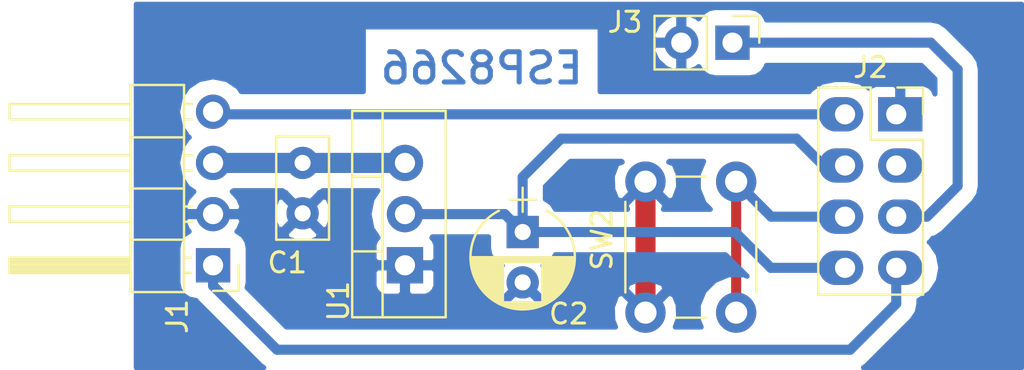
<source format=kicad_pcb>
(kicad_pcb (version 4) (host pcbnew 4.0.6)

  (general
    (links 17)
    (no_connects 0)
    (area 118.129999 99.101 169.164001 117.602001)
    (thickness 1.6)
    (drawings 1)
    (tracks 30)
    (zones 0)
    (modules 7)
    (nets 8)
  )

  (page A4)
  (layers
    (0 F.Cu signal)
    (31 B.Cu signal)
    (32 B.Adhes user)
    (33 F.Adhes user)
    (34 B.Paste user)
    (35 F.Paste user)
    (36 B.SilkS user)
    (37 F.SilkS user)
    (38 B.Mask user)
    (39 F.Mask user)
    (40 Dwgs.User user)
    (41 Cmts.User user)
    (42 Eco1.User user)
    (43 Eco2.User user)
    (44 Edge.Cuts user)
    (45 Margin user)
    (46 B.CrtYd user)
    (47 F.CrtYd user)
    (48 B.Fab user)
    (49 F.Fab user)
  )

  (setup
    (last_trace_width 0.5)
    (trace_clearance 0.1)
    (zone_clearance 0.75)
    (zone_45_only no)
    (trace_min 0.5)
    (segment_width 0.2)
    (edge_width 0.15)
    (via_size 0.6)
    (via_drill 0.4)
    (via_min_size 0.4)
    (via_min_drill 0.3)
    (uvia_size 0.3)
    (uvia_drill 0.1)
    (uvias_allowed no)
    (uvia_min_size 0.2)
    (uvia_min_drill 0.1)
    (pcb_text_width 0.3)
    (pcb_text_size 1.5 1.5)
    (mod_edge_width 0.15)
    (mod_text_size 1 1)
    (mod_text_width 0.15)
    (pad_size 1.524 1.524)
    (pad_drill 0.762)
    (pad_to_mask_clearance 0.2)
    (aux_axis_origin 0 0)
    (visible_elements 7FFFEFFF)
    (pcbplotparams
      (layerselection 0x00040_80000000)
      (usegerberextensions false)
      (excludeedgelayer true)
      (linewidth 1.000000)
      (plotframeref false)
      (viasonmask false)
      (mode 1)
      (useauxorigin false)
      (hpglpennumber 1)
      (hpglpenspeed 20)
      (hpglpendiameter 15)
      (hpglpenoverlay 2)
      (psnegative false)
      (psa4output false)
      (plotreference true)
      (plotvalue true)
      (plotinvisibletext false)
      (padsonsilk false)
      (subtractmaskfromsilk false)
      (outputformat 5)
      (mirror false)
      (drillshape 2)
      (scaleselection 1)
      (outputdirectory output/))
  )

  (net 0 "")
  (net 1 5V)
  (net 2 GND)
  (net 3 +3.3V)
  (net 4 ESP_TX)
  (net 5 ESP_RX)
  (net 6 RST)
  (net 7 GPIO_0)

  (net_class Default "This is the default net class."
    (clearance 0.1)
    (trace_width 0.5)
    (via_dia 0.6)
    (via_drill 0.4)
    (uvia_dia 0.3)
    (uvia_drill 0.1)
    (add_net +3.3V)
    (add_net ESP_RX)
    (add_net ESP_TX)
    (add_net GPIO_0)
    (add_net RST)
  )

  (net_class Power ""
    (clearance 0.2)
    (trace_width 1)
    (via_dia 0.6)
    (via_drill 0.4)
    (uvia_dia 0.3)
    (uvia_drill 0.1)
    (add_net 5V)
    (add_net GND)
  )

  (module Buttons_Switches_THT:SW_PUSH_6mm (layer F.Cu) (tedit 5B00D9F2) (tstamp 5AF8E061)
    (at 150.368 114.7445 90)
    (descr https://www.omron.com/ecb/products/pdf/en-b3f.pdf)
    (tags "tact sw push 6mm")
    (path /5AF8DF7E)
    (fp_text reference SW2 (at 3.6195 -2.159 90) (layer F.SilkS)
      (effects (font (size 1 1) (thickness 0.15)))
    )
    (fp_text value RESET (at 3.75 6.7 90) (layer F.Fab)
      (effects (font (size 1 1) (thickness 0.15)))
    )
    (fp_text user %R (at 3.25 2.25 90) (layer F.Fab)
      (effects (font (size 1 1) (thickness 0.15)))
    )
    (fp_line (start 3.25 -0.75) (end 6.25 -0.75) (layer F.Fab) (width 0.1))
    (fp_line (start 6.25 -0.75) (end 6.25 5.25) (layer F.Fab) (width 0.1))
    (fp_line (start 6.25 5.25) (end 0.25 5.25) (layer F.Fab) (width 0.1))
    (fp_line (start 0.25 5.25) (end 0.25 -0.75) (layer F.Fab) (width 0.1))
    (fp_line (start 0.25 -0.75) (end 3.25 -0.75) (layer F.Fab) (width 0.1))
    (fp_line (start 7.75 6) (end 8 6) (layer F.CrtYd) (width 0.05))
    (fp_line (start 8 6) (end 8 5.75) (layer F.CrtYd) (width 0.05))
    (fp_line (start 7.75 -1.5) (end 8 -1.5) (layer F.CrtYd) (width 0.05))
    (fp_line (start 8 -1.5) (end 8 -1.25) (layer F.CrtYd) (width 0.05))
    (fp_line (start -1.5 -1.25) (end -1.5 -1.5) (layer F.CrtYd) (width 0.05))
    (fp_line (start -1.5 -1.5) (end -1.25 -1.5) (layer F.CrtYd) (width 0.05))
    (fp_line (start -1.5 5.75) (end -1.5 6) (layer F.CrtYd) (width 0.05))
    (fp_line (start -1.5 6) (end -1.25 6) (layer F.CrtYd) (width 0.05))
    (fp_line (start -1.25 -1.5) (end 7.75 -1.5) (layer F.CrtYd) (width 0.05))
    (fp_line (start -1.5 5.75) (end -1.5 -1.25) (layer F.CrtYd) (width 0.05))
    (fp_line (start 7.75 6) (end -1.25 6) (layer F.CrtYd) (width 0.05))
    (fp_line (start 8 -1.25) (end 8 5.75) (layer F.CrtYd) (width 0.05))
    (fp_line (start 1 5.5) (end 5.5 5.5) (layer F.SilkS) (width 0.12))
    (fp_line (start -0.25 1.5) (end -0.25 3) (layer F.SilkS) (width 0.12))
    (fp_line (start 5.5 -1) (end 1 -1) (layer F.SilkS) (width 0.12))
    (fp_line (start 6.75 3) (end 6.75 1.5) (layer F.SilkS) (width 0.12))
    (fp_circle (center 3.25 2.25) (end 1.25 2.5) (layer F.Fab) (width 0.1))
    (pad 2 thru_hole circle (at 0 4.5 180) (size 2 2) (drill 1.1) (layers *.Cu *.Mask)
      (net 6 RST))
    (pad 1 thru_hole circle (at 0 0 180) (size 2 2) (drill 1.1) (layers *.Cu *.Mask)
      (net 2 GND))
    (pad 2 thru_hole circle (at 6.5 4.5 180) (size 2 2) (drill 1.1) (layers *.Cu *.Mask)
      (net 6 RST))
    (pad 1 thru_hole circle (at 6.5 0 180) (size 2 2) (drill 1.1) (layers *.Cu *.Mask)
      (net 2 GND))
    (model ${KISYS3DMOD}/Buttons_Switches_THT.3dshapes/SW_PUSH_6mm.wrl
      (at (xyz 0.005 0 0))
      (scale (xyz 0.3937 0.3937 0.3937))
      (rotate (xyz 0 0 0))
    )
  )

  (module Capacitors_THT:CP_Radial_D5.0mm_P2.50mm (layer F.Cu) (tedit 5B00D9EE) (tstamp 5AE55A02)
    (at 144.272 110.744 270)
    (descr "CP, Radial series, Radial, pin pitch=2.50mm, , diameter=5mm, Electrolytic Capacitor")
    (tags "CP Radial series Radial pin pitch 2.50mm  diameter 5mm Electrolytic Capacitor")
    (path /5AE3FC3B)
    (fp_text reference C2 (at 4.064 -2.286 360) (layer F.SilkS)
      (effects (font (size 1 1) (thickness 0.15)))
    )
    (fp_text value 10uF (at -2.54 0.127 360) (layer F.Fab)
      (effects (font (size 1 1) (thickness 0.15)))
    )
    (fp_arc (start 1.25 0) (end -1.05558 -1.18) (angle 125.8) (layer F.SilkS) (width 0.12))
    (fp_arc (start 1.25 0) (end -1.05558 1.18) (angle -125.8) (layer F.SilkS) (width 0.12))
    (fp_arc (start 1.25 0) (end 3.55558 -1.18) (angle 54.2) (layer F.SilkS) (width 0.12))
    (fp_circle (center 1.25 0) (end 3.75 0) (layer F.Fab) (width 0.1))
    (fp_line (start -2.2 0) (end -1 0) (layer F.Fab) (width 0.1))
    (fp_line (start -1.6 -0.65) (end -1.6 0.65) (layer F.Fab) (width 0.1))
    (fp_line (start 1.25 -2.55) (end 1.25 2.55) (layer F.SilkS) (width 0.12))
    (fp_line (start 1.29 -2.55) (end 1.29 2.55) (layer F.SilkS) (width 0.12))
    (fp_line (start 1.33 -2.549) (end 1.33 2.549) (layer F.SilkS) (width 0.12))
    (fp_line (start 1.37 -2.548) (end 1.37 2.548) (layer F.SilkS) (width 0.12))
    (fp_line (start 1.41 -2.546) (end 1.41 2.546) (layer F.SilkS) (width 0.12))
    (fp_line (start 1.45 -2.543) (end 1.45 2.543) (layer F.SilkS) (width 0.12))
    (fp_line (start 1.49 -2.539) (end 1.49 2.539) (layer F.SilkS) (width 0.12))
    (fp_line (start 1.53 -2.535) (end 1.53 -0.98) (layer F.SilkS) (width 0.12))
    (fp_line (start 1.53 0.98) (end 1.53 2.535) (layer F.SilkS) (width 0.12))
    (fp_line (start 1.57 -2.531) (end 1.57 -0.98) (layer F.SilkS) (width 0.12))
    (fp_line (start 1.57 0.98) (end 1.57 2.531) (layer F.SilkS) (width 0.12))
    (fp_line (start 1.61 -2.525) (end 1.61 -0.98) (layer F.SilkS) (width 0.12))
    (fp_line (start 1.61 0.98) (end 1.61 2.525) (layer F.SilkS) (width 0.12))
    (fp_line (start 1.65 -2.519) (end 1.65 -0.98) (layer F.SilkS) (width 0.12))
    (fp_line (start 1.65 0.98) (end 1.65 2.519) (layer F.SilkS) (width 0.12))
    (fp_line (start 1.69 -2.513) (end 1.69 -0.98) (layer F.SilkS) (width 0.12))
    (fp_line (start 1.69 0.98) (end 1.69 2.513) (layer F.SilkS) (width 0.12))
    (fp_line (start 1.73 -2.506) (end 1.73 -0.98) (layer F.SilkS) (width 0.12))
    (fp_line (start 1.73 0.98) (end 1.73 2.506) (layer F.SilkS) (width 0.12))
    (fp_line (start 1.77 -2.498) (end 1.77 -0.98) (layer F.SilkS) (width 0.12))
    (fp_line (start 1.77 0.98) (end 1.77 2.498) (layer F.SilkS) (width 0.12))
    (fp_line (start 1.81 -2.489) (end 1.81 -0.98) (layer F.SilkS) (width 0.12))
    (fp_line (start 1.81 0.98) (end 1.81 2.489) (layer F.SilkS) (width 0.12))
    (fp_line (start 1.85 -2.48) (end 1.85 -0.98) (layer F.SilkS) (width 0.12))
    (fp_line (start 1.85 0.98) (end 1.85 2.48) (layer F.SilkS) (width 0.12))
    (fp_line (start 1.89 -2.47) (end 1.89 -0.98) (layer F.SilkS) (width 0.12))
    (fp_line (start 1.89 0.98) (end 1.89 2.47) (layer F.SilkS) (width 0.12))
    (fp_line (start 1.93 -2.46) (end 1.93 -0.98) (layer F.SilkS) (width 0.12))
    (fp_line (start 1.93 0.98) (end 1.93 2.46) (layer F.SilkS) (width 0.12))
    (fp_line (start 1.971 -2.448) (end 1.971 -0.98) (layer F.SilkS) (width 0.12))
    (fp_line (start 1.971 0.98) (end 1.971 2.448) (layer F.SilkS) (width 0.12))
    (fp_line (start 2.011 -2.436) (end 2.011 -0.98) (layer F.SilkS) (width 0.12))
    (fp_line (start 2.011 0.98) (end 2.011 2.436) (layer F.SilkS) (width 0.12))
    (fp_line (start 2.051 -2.424) (end 2.051 -0.98) (layer F.SilkS) (width 0.12))
    (fp_line (start 2.051 0.98) (end 2.051 2.424) (layer F.SilkS) (width 0.12))
    (fp_line (start 2.091 -2.41) (end 2.091 -0.98) (layer F.SilkS) (width 0.12))
    (fp_line (start 2.091 0.98) (end 2.091 2.41) (layer F.SilkS) (width 0.12))
    (fp_line (start 2.131 -2.396) (end 2.131 -0.98) (layer F.SilkS) (width 0.12))
    (fp_line (start 2.131 0.98) (end 2.131 2.396) (layer F.SilkS) (width 0.12))
    (fp_line (start 2.171 -2.382) (end 2.171 -0.98) (layer F.SilkS) (width 0.12))
    (fp_line (start 2.171 0.98) (end 2.171 2.382) (layer F.SilkS) (width 0.12))
    (fp_line (start 2.211 -2.366) (end 2.211 -0.98) (layer F.SilkS) (width 0.12))
    (fp_line (start 2.211 0.98) (end 2.211 2.366) (layer F.SilkS) (width 0.12))
    (fp_line (start 2.251 -2.35) (end 2.251 -0.98) (layer F.SilkS) (width 0.12))
    (fp_line (start 2.251 0.98) (end 2.251 2.35) (layer F.SilkS) (width 0.12))
    (fp_line (start 2.291 -2.333) (end 2.291 -0.98) (layer F.SilkS) (width 0.12))
    (fp_line (start 2.291 0.98) (end 2.291 2.333) (layer F.SilkS) (width 0.12))
    (fp_line (start 2.331 -2.315) (end 2.331 -0.98) (layer F.SilkS) (width 0.12))
    (fp_line (start 2.331 0.98) (end 2.331 2.315) (layer F.SilkS) (width 0.12))
    (fp_line (start 2.371 -2.296) (end 2.371 -0.98) (layer F.SilkS) (width 0.12))
    (fp_line (start 2.371 0.98) (end 2.371 2.296) (layer F.SilkS) (width 0.12))
    (fp_line (start 2.411 -2.276) (end 2.411 -0.98) (layer F.SilkS) (width 0.12))
    (fp_line (start 2.411 0.98) (end 2.411 2.276) (layer F.SilkS) (width 0.12))
    (fp_line (start 2.451 -2.256) (end 2.451 -0.98) (layer F.SilkS) (width 0.12))
    (fp_line (start 2.451 0.98) (end 2.451 2.256) (layer F.SilkS) (width 0.12))
    (fp_line (start 2.491 -2.234) (end 2.491 -0.98) (layer F.SilkS) (width 0.12))
    (fp_line (start 2.491 0.98) (end 2.491 2.234) (layer F.SilkS) (width 0.12))
    (fp_line (start 2.531 -2.212) (end 2.531 -0.98) (layer F.SilkS) (width 0.12))
    (fp_line (start 2.531 0.98) (end 2.531 2.212) (layer F.SilkS) (width 0.12))
    (fp_line (start 2.571 -2.189) (end 2.571 -0.98) (layer F.SilkS) (width 0.12))
    (fp_line (start 2.571 0.98) (end 2.571 2.189) (layer F.SilkS) (width 0.12))
    (fp_line (start 2.611 -2.165) (end 2.611 -0.98) (layer F.SilkS) (width 0.12))
    (fp_line (start 2.611 0.98) (end 2.611 2.165) (layer F.SilkS) (width 0.12))
    (fp_line (start 2.651 -2.14) (end 2.651 -0.98) (layer F.SilkS) (width 0.12))
    (fp_line (start 2.651 0.98) (end 2.651 2.14) (layer F.SilkS) (width 0.12))
    (fp_line (start 2.691 -2.113) (end 2.691 -0.98) (layer F.SilkS) (width 0.12))
    (fp_line (start 2.691 0.98) (end 2.691 2.113) (layer F.SilkS) (width 0.12))
    (fp_line (start 2.731 -2.086) (end 2.731 -0.98) (layer F.SilkS) (width 0.12))
    (fp_line (start 2.731 0.98) (end 2.731 2.086) (layer F.SilkS) (width 0.12))
    (fp_line (start 2.771 -2.058) (end 2.771 -0.98) (layer F.SilkS) (width 0.12))
    (fp_line (start 2.771 0.98) (end 2.771 2.058) (layer F.SilkS) (width 0.12))
    (fp_line (start 2.811 -2.028) (end 2.811 -0.98) (layer F.SilkS) (width 0.12))
    (fp_line (start 2.811 0.98) (end 2.811 2.028) (layer F.SilkS) (width 0.12))
    (fp_line (start 2.851 -1.997) (end 2.851 -0.98) (layer F.SilkS) (width 0.12))
    (fp_line (start 2.851 0.98) (end 2.851 1.997) (layer F.SilkS) (width 0.12))
    (fp_line (start 2.891 -1.965) (end 2.891 -0.98) (layer F.SilkS) (width 0.12))
    (fp_line (start 2.891 0.98) (end 2.891 1.965) (layer F.SilkS) (width 0.12))
    (fp_line (start 2.931 -1.932) (end 2.931 -0.98) (layer F.SilkS) (width 0.12))
    (fp_line (start 2.931 0.98) (end 2.931 1.932) (layer F.SilkS) (width 0.12))
    (fp_line (start 2.971 -1.897) (end 2.971 -0.98) (layer F.SilkS) (width 0.12))
    (fp_line (start 2.971 0.98) (end 2.971 1.897) (layer F.SilkS) (width 0.12))
    (fp_line (start 3.011 -1.861) (end 3.011 -0.98) (layer F.SilkS) (width 0.12))
    (fp_line (start 3.011 0.98) (end 3.011 1.861) (layer F.SilkS) (width 0.12))
    (fp_line (start 3.051 -1.823) (end 3.051 -0.98) (layer F.SilkS) (width 0.12))
    (fp_line (start 3.051 0.98) (end 3.051 1.823) (layer F.SilkS) (width 0.12))
    (fp_line (start 3.091 -1.783) (end 3.091 -0.98) (layer F.SilkS) (width 0.12))
    (fp_line (start 3.091 0.98) (end 3.091 1.783) (layer F.SilkS) (width 0.12))
    (fp_line (start 3.131 -1.742) (end 3.131 -0.98) (layer F.SilkS) (width 0.12))
    (fp_line (start 3.131 0.98) (end 3.131 1.742) (layer F.SilkS) (width 0.12))
    (fp_line (start 3.171 -1.699) (end 3.171 -0.98) (layer F.SilkS) (width 0.12))
    (fp_line (start 3.171 0.98) (end 3.171 1.699) (layer F.SilkS) (width 0.12))
    (fp_line (start 3.211 -1.654) (end 3.211 -0.98) (layer F.SilkS) (width 0.12))
    (fp_line (start 3.211 0.98) (end 3.211 1.654) (layer F.SilkS) (width 0.12))
    (fp_line (start 3.251 -1.606) (end 3.251 -0.98) (layer F.SilkS) (width 0.12))
    (fp_line (start 3.251 0.98) (end 3.251 1.606) (layer F.SilkS) (width 0.12))
    (fp_line (start 3.291 -1.556) (end 3.291 -0.98) (layer F.SilkS) (width 0.12))
    (fp_line (start 3.291 0.98) (end 3.291 1.556) (layer F.SilkS) (width 0.12))
    (fp_line (start 3.331 -1.504) (end 3.331 -0.98) (layer F.SilkS) (width 0.12))
    (fp_line (start 3.331 0.98) (end 3.331 1.504) (layer F.SilkS) (width 0.12))
    (fp_line (start 3.371 -1.448) (end 3.371 -0.98) (layer F.SilkS) (width 0.12))
    (fp_line (start 3.371 0.98) (end 3.371 1.448) (layer F.SilkS) (width 0.12))
    (fp_line (start 3.411 -1.39) (end 3.411 -0.98) (layer F.SilkS) (width 0.12))
    (fp_line (start 3.411 0.98) (end 3.411 1.39) (layer F.SilkS) (width 0.12))
    (fp_line (start 3.451 -1.327) (end 3.451 -0.98) (layer F.SilkS) (width 0.12))
    (fp_line (start 3.451 0.98) (end 3.451 1.327) (layer F.SilkS) (width 0.12))
    (fp_line (start 3.491 -1.261) (end 3.491 1.261) (layer F.SilkS) (width 0.12))
    (fp_line (start 3.531 -1.189) (end 3.531 1.189) (layer F.SilkS) (width 0.12))
    (fp_line (start 3.571 -1.112) (end 3.571 1.112) (layer F.SilkS) (width 0.12))
    (fp_line (start 3.611 -1.028) (end 3.611 1.028) (layer F.SilkS) (width 0.12))
    (fp_line (start 3.651 -0.934) (end 3.651 0.934) (layer F.SilkS) (width 0.12))
    (fp_line (start 3.691 -0.829) (end 3.691 0.829) (layer F.SilkS) (width 0.12))
    (fp_line (start 3.731 -0.707) (end 3.731 0.707) (layer F.SilkS) (width 0.12))
    (fp_line (start 3.771 -0.559) (end 3.771 0.559) (layer F.SilkS) (width 0.12))
    (fp_line (start 3.811 -0.354) (end 3.811 0.354) (layer F.SilkS) (width 0.12))
    (fp_line (start -2.2 0) (end -1 0) (layer F.SilkS) (width 0.12))
    (fp_line (start -1.6 -0.65) (end -1.6 0.65) (layer F.SilkS) (width 0.12))
    (fp_line (start -1.6 -2.85) (end -1.6 2.85) (layer F.CrtYd) (width 0.05))
    (fp_line (start -1.6 2.85) (end 4.1 2.85) (layer F.CrtYd) (width 0.05))
    (fp_line (start 4.1 2.85) (end 4.1 -2.85) (layer F.CrtYd) (width 0.05))
    (fp_line (start 4.1 -2.85) (end -1.6 -2.85) (layer F.CrtYd) (width 0.05))
    (fp_text user %R (at 4.064 -2.286 360) (layer F.Fab)
      (effects (font (size 1 1) (thickness 0.15)))
    )
    (pad 1 thru_hole rect (at 0 0 270) (size 1.6 1.6) (drill 0.8) (layers *.Cu *.Mask)
      (net 3 +3.3V))
    (pad 2 thru_hole circle (at 2.5 0 270) (size 1.6 1.6) (drill 0.8) (layers *.Cu *.Mask)
      (net 2 GND))
    (model ${KISYS3DMOD}/Capacitors_THT.3dshapes/CP_Radial_D5.0mm_P2.50mm.wrl
      (at (xyz 0 0 0))
      (scale (xyz 0.4 0.4 0.8))
      (rotate (xyz 0 0 0))
    )
  )

  (module custom_footprints:Socket_Strip_Straight_2x04_Pitch2.54mm (layer F.Cu) (tedit 5B00D8D9) (tstamp 5AEA8568)
    (at 162.814 104.902)
    (descr "Through hole straight socket strip, 2x04, 2.54mm pitch, double rows")
    (tags "Through hole socket strip THT 2x04 2.54mm double row")
    (path /5AE3FA6A)
    (fp_text reference J2 (at -1.27 -2.33) (layer F.SilkS)
      (effects (font (size 1 1) (thickness 0.15)))
    )
    (fp_text value CONN_02X04 (at 3.302 3.81 90) (layer F.Fab)
      (effects (font (size 1 1) (thickness 0.15)))
    )
    (fp_line (start -3.81 -1.27) (end -3.81 8.89) (layer F.Fab) (width 0.1))
    (fp_line (start -3.81 8.89) (end 1.27 8.89) (layer F.Fab) (width 0.1))
    (fp_line (start 1.27 8.89) (end 1.27 -1.27) (layer F.Fab) (width 0.1))
    (fp_line (start 1.27 -1.27) (end -3.81 -1.27) (layer F.Fab) (width 0.1))
    (fp_line (start 1.33 1.27) (end 1.33 8.95) (layer F.SilkS) (width 0.12))
    (fp_line (start 1.33 8.95) (end -3.87 8.95) (layer F.SilkS) (width 0.12))
    (fp_line (start -3.87 8.95) (end -3.87 -1.33) (layer F.SilkS) (width 0.12))
    (fp_line (start -3.87 -1.33) (end -1.27 -1.33) (layer F.SilkS) (width 0.12))
    (fp_line (start -1.27 -1.33) (end -1.27 1.27) (layer F.SilkS) (width 0.12))
    (fp_line (start -1.27 1.27) (end 1.33 1.27) (layer F.SilkS) (width 0.12))
    (fp_line (start 1.33 0) (end 1.33 -1.33) (layer F.SilkS) (width 0.12))
    (fp_line (start 1.33 -1.33) (end 0.06 -1.33) (layer F.SilkS) (width 0.12))
    (fp_line (start -4.35 -1.8) (end -4.35 9.4) (layer F.CrtYd) (width 0.05))
    (fp_line (start -4.35 9.4) (end 1.8 9.4) (layer F.CrtYd) (width 0.05))
    (fp_line (start 1.8 9.4) (end 1.8 -1.8) (layer F.CrtYd) (width 0.05))
    (fp_line (start 1.8 -1.8) (end -4.35 -1.8) (layer F.CrtYd) (width 0.05))
    (fp_text user %R (at -1.27 -2.33) (layer F.Fab)
      (effects (font (size 1 1) (thickness 0.15)))
    )
    (pad 1 thru_hole rect (at 0 0) (size 2.2 1.7) (drill 1 (offset 0.2 0)) (layers *.Cu *.Mask)
      (net 2 GND))
    (pad 2 thru_hole oval (at -2.54 0) (size 2.2 1.7) (drill 1 (offset -0.2 0)) (layers *.Cu *.Mask)
      (net 4 ESP_TX))
    (pad 3 thru_hole oval (at 0 2.54) (size 2.2 1.7) (drill 1 (offset 0.2 0)) (layers *.Cu *.Mask))
    (pad 4 thru_hole oval (at -2.54 2.54) (size 2.2 1.7) (drill 1 (offset -0.2 0)) (layers *.Cu *.Mask)
      (net 3 +3.3V))
    (pad 5 thru_hole oval (at 0 5.08) (size 2.2 1.7) (drill 1 (offset 0.2 0)) (layers *.Cu *.Mask)
      (net 7 GPIO_0))
    (pad 6 thru_hole oval (at -2.54 5.08) (size 2.2 1.7) (drill 1 (offset -0.2 0)) (layers *.Cu *.Mask)
      (net 6 RST))
    (pad 7 thru_hole oval (at 0 7.62) (size 2.2 1.7) (drill 1 (offset 0.2 0)) (layers *.Cu *.Mask)
      (net 5 ESP_RX))
    (pad 8 thru_hole oval (at -2.54 7.62) (size 2.2 1.7) (drill 1 (offset -0.2 0)) (layers *.Cu *.Mask)
      (net 3 +3.3V))
    (model ${KISYS3DMOD}/Socket_Strips.3dshapes/Socket_Strip_Straight_2x04_Pitch2.54mm.wrl
      (at (xyz -0.05 -0.15 0))
      (scale (xyz 1 1 1))
      (rotate (xyz 0 0 270))
    )
  )

  (module Pin_Headers:Pin_Header_Angled_1x04_Pitch2.54mm (layer F.Cu) (tedit 5B00DA0D) (tstamp 5AE55A0A)
    (at 128.905 112.395 180)
    (descr "Through hole angled pin header, 1x04, 2.54mm pitch, 6mm pin length, single row")
    (tags "Through hole angled pin header THT 1x04 2.54mm single row")
    (path /5AE3FCCA)
    (fp_text reference J1 (at 1.778 -2.54 270) (layer F.SilkS)
      (effects (font (size 1 1) (thickness 0.15)))
    )
    (fp_text value CONN_01X04 (at 2.54 3.683 450) (layer F.Fab)
      (effects (font (size 1 1) (thickness 0.15)))
    )
    (fp_line (start 2.135 -1.27) (end 4.04 -1.27) (layer F.Fab) (width 0.1))
    (fp_line (start 4.04 -1.27) (end 4.04 8.89) (layer F.Fab) (width 0.1))
    (fp_line (start 4.04 8.89) (end 1.5 8.89) (layer F.Fab) (width 0.1))
    (fp_line (start 1.5 8.89) (end 1.5 -0.635) (layer F.Fab) (width 0.1))
    (fp_line (start 1.5 -0.635) (end 2.135 -1.27) (layer F.Fab) (width 0.1))
    (fp_line (start -0.32 -0.32) (end 1.5 -0.32) (layer F.Fab) (width 0.1))
    (fp_line (start -0.32 -0.32) (end -0.32 0.32) (layer F.Fab) (width 0.1))
    (fp_line (start -0.32 0.32) (end 1.5 0.32) (layer F.Fab) (width 0.1))
    (fp_line (start 4.04 -0.32) (end 10.04 -0.32) (layer F.Fab) (width 0.1))
    (fp_line (start 10.04 -0.32) (end 10.04 0.32) (layer F.Fab) (width 0.1))
    (fp_line (start 4.04 0.32) (end 10.04 0.32) (layer F.Fab) (width 0.1))
    (fp_line (start -0.32 2.22) (end 1.5 2.22) (layer F.Fab) (width 0.1))
    (fp_line (start -0.32 2.22) (end -0.32 2.86) (layer F.Fab) (width 0.1))
    (fp_line (start -0.32 2.86) (end 1.5 2.86) (layer F.Fab) (width 0.1))
    (fp_line (start 4.04 2.22) (end 10.04 2.22) (layer F.Fab) (width 0.1))
    (fp_line (start 10.04 2.22) (end 10.04 2.86) (layer F.Fab) (width 0.1))
    (fp_line (start 4.04 2.86) (end 10.04 2.86) (layer F.Fab) (width 0.1))
    (fp_line (start -0.32 4.76) (end 1.5 4.76) (layer F.Fab) (width 0.1))
    (fp_line (start -0.32 4.76) (end -0.32 5.4) (layer F.Fab) (width 0.1))
    (fp_line (start -0.32 5.4) (end 1.5 5.4) (layer F.Fab) (width 0.1))
    (fp_line (start 4.04 4.76) (end 10.04 4.76) (layer F.Fab) (width 0.1))
    (fp_line (start 10.04 4.76) (end 10.04 5.4) (layer F.Fab) (width 0.1))
    (fp_line (start 4.04 5.4) (end 10.04 5.4) (layer F.Fab) (width 0.1))
    (fp_line (start -0.32 7.3) (end 1.5 7.3) (layer F.Fab) (width 0.1))
    (fp_line (start -0.32 7.3) (end -0.32 7.94) (layer F.Fab) (width 0.1))
    (fp_line (start -0.32 7.94) (end 1.5 7.94) (layer F.Fab) (width 0.1))
    (fp_line (start 4.04 7.3) (end 10.04 7.3) (layer F.Fab) (width 0.1))
    (fp_line (start 10.04 7.3) (end 10.04 7.94) (layer F.Fab) (width 0.1))
    (fp_line (start 4.04 7.94) (end 10.04 7.94) (layer F.Fab) (width 0.1))
    (fp_line (start 1.44 -1.33) (end 1.44 8.95) (layer F.SilkS) (width 0.12))
    (fp_line (start 1.44 8.95) (end 4.1 8.95) (layer F.SilkS) (width 0.12))
    (fp_line (start 4.1 8.95) (end 4.1 -1.33) (layer F.SilkS) (width 0.12))
    (fp_line (start 4.1 -1.33) (end 1.44 -1.33) (layer F.SilkS) (width 0.12))
    (fp_line (start 4.1 -0.38) (end 10.1 -0.38) (layer F.SilkS) (width 0.12))
    (fp_line (start 10.1 -0.38) (end 10.1 0.38) (layer F.SilkS) (width 0.12))
    (fp_line (start 10.1 0.38) (end 4.1 0.38) (layer F.SilkS) (width 0.12))
    (fp_line (start 4.1 -0.32) (end 10.1 -0.32) (layer F.SilkS) (width 0.12))
    (fp_line (start 4.1 -0.2) (end 10.1 -0.2) (layer F.SilkS) (width 0.12))
    (fp_line (start 4.1 -0.08) (end 10.1 -0.08) (layer F.SilkS) (width 0.12))
    (fp_line (start 4.1 0.04) (end 10.1 0.04) (layer F.SilkS) (width 0.12))
    (fp_line (start 4.1 0.16) (end 10.1 0.16) (layer F.SilkS) (width 0.12))
    (fp_line (start 4.1 0.28) (end 10.1 0.28) (layer F.SilkS) (width 0.12))
    (fp_line (start 1.11 -0.38) (end 1.44 -0.38) (layer F.SilkS) (width 0.12))
    (fp_line (start 1.11 0.38) (end 1.44 0.38) (layer F.SilkS) (width 0.12))
    (fp_line (start 1.44 1.27) (end 4.1 1.27) (layer F.SilkS) (width 0.12))
    (fp_line (start 4.1 2.16) (end 10.1 2.16) (layer F.SilkS) (width 0.12))
    (fp_line (start 10.1 2.16) (end 10.1 2.92) (layer F.SilkS) (width 0.12))
    (fp_line (start 10.1 2.92) (end 4.1 2.92) (layer F.SilkS) (width 0.12))
    (fp_line (start 1.042929 2.16) (end 1.44 2.16) (layer F.SilkS) (width 0.12))
    (fp_line (start 1.042929 2.92) (end 1.44 2.92) (layer F.SilkS) (width 0.12))
    (fp_line (start 1.44 3.81) (end 4.1 3.81) (layer F.SilkS) (width 0.12))
    (fp_line (start 4.1 4.7) (end 10.1 4.7) (layer F.SilkS) (width 0.12))
    (fp_line (start 10.1 4.7) (end 10.1 5.46) (layer F.SilkS) (width 0.12))
    (fp_line (start 10.1 5.46) (end 4.1 5.46) (layer F.SilkS) (width 0.12))
    (fp_line (start 1.042929 4.7) (end 1.44 4.7) (layer F.SilkS) (width 0.12))
    (fp_line (start 1.042929 5.46) (end 1.44 5.46) (layer F.SilkS) (width 0.12))
    (fp_line (start 1.44 6.35) (end 4.1 6.35) (layer F.SilkS) (width 0.12))
    (fp_line (start 4.1 7.24) (end 10.1 7.24) (layer F.SilkS) (width 0.12))
    (fp_line (start 10.1 7.24) (end 10.1 8) (layer F.SilkS) (width 0.12))
    (fp_line (start 10.1 8) (end 4.1 8) (layer F.SilkS) (width 0.12))
    (fp_line (start 1.042929 7.24) (end 1.44 7.24) (layer F.SilkS) (width 0.12))
    (fp_line (start 1.042929 8) (end 1.44 8) (layer F.SilkS) (width 0.12))
    (fp_line (start -1.27 0) (end -1.27 -1.27) (layer F.SilkS) (width 0.12))
    (fp_line (start -1.27 -1.27) (end 0 -1.27) (layer F.SilkS) (width 0.12))
    (fp_line (start -1.8 -1.8) (end -1.8 9.4) (layer F.CrtYd) (width 0.05))
    (fp_line (start -1.8 9.4) (end 10.55 9.4) (layer F.CrtYd) (width 0.05))
    (fp_line (start 10.55 9.4) (end 10.55 -1.8) (layer F.CrtYd) (width 0.05))
    (fp_line (start 10.55 -1.8) (end -1.8 -1.8) (layer F.CrtYd) (width 0.05))
    (fp_text user %R (at 1.778 -2.54 270) (layer F.Fab)
      (effects (font (size 1 1) (thickness 0.15)))
    )
    (pad 1 thru_hole rect (at 0 0 180) (size 1.7 1.7) (drill 1) (layers *.Cu *.Mask)
      (net 5 ESP_RX))
    (pad 2 thru_hole oval (at 0 2.54 180) (size 1.7 1.7) (drill 1) (layers *.Cu *.Mask)
      (net 2 GND))
    (pad 3 thru_hole oval (at 0 5.08 180) (size 1.7 1.7) (drill 1) (layers *.Cu *.Mask)
      (net 1 5V))
    (pad 4 thru_hole oval (at 0 7.62 180) (size 1.7 1.7) (drill 1) (layers *.Cu *.Mask)
      (net 4 ESP_TX))
    (model ${KISYS3DMOD}/Pin_Headers.3dshapes/Pin_Header_Angled_1x04_Pitch2.54mm.wrl
      (at (xyz 0 -0.15 0))
      (scale (xyz 1 1 1))
      (rotate (xyz 0 0 90))
    )
  )

  (module TO_SOT_Packages_THT:TO-220-3_Vertical (layer F.Cu) (tedit 5B00DA00) (tstamp 5AE55A2D)
    (at 138.43 112.395 90)
    (descr "TO-220-3, Vertical, RM 2.54mm")
    (tags "TO-220-3 Vertical RM 2.54mm")
    (path /5AE57DA5)
    (fp_text reference U1 (at -1.778 -3.302 90) (layer F.SilkS)
      (effects (font (size 1 1) (thickness 0.15)))
    )
    (fp_text value LD1117S33TR (at 2.54 2.921 90) (layer F.Fab)
      (effects (font (size 1 1) (thickness 0.15)))
    )
    (fp_text user %R (at 2.54 -3.62 90) (layer F.Fab)
      (effects (font (size 1 1) (thickness 0.15)))
    )
    (fp_line (start -2.46 -2.5) (end -2.46 1.9) (layer F.Fab) (width 0.1))
    (fp_line (start -2.46 1.9) (end 7.54 1.9) (layer F.Fab) (width 0.1))
    (fp_line (start 7.54 1.9) (end 7.54 -2.5) (layer F.Fab) (width 0.1))
    (fp_line (start 7.54 -2.5) (end -2.46 -2.5) (layer F.Fab) (width 0.1))
    (fp_line (start -2.46 -1.23) (end 7.54 -1.23) (layer F.Fab) (width 0.1))
    (fp_line (start 0.69 -2.5) (end 0.69 -1.23) (layer F.Fab) (width 0.1))
    (fp_line (start 4.39 -2.5) (end 4.39 -1.23) (layer F.Fab) (width 0.1))
    (fp_line (start -2.58 -2.62) (end 7.66 -2.62) (layer F.SilkS) (width 0.12))
    (fp_line (start -2.58 2.021) (end 7.66 2.021) (layer F.SilkS) (width 0.12))
    (fp_line (start -2.58 -2.62) (end -2.58 2.021) (layer F.SilkS) (width 0.12))
    (fp_line (start 7.66 -2.62) (end 7.66 2.021) (layer F.SilkS) (width 0.12))
    (fp_line (start -2.58 -1.11) (end 7.66 -1.11) (layer F.SilkS) (width 0.12))
    (fp_line (start 0.69 -2.62) (end 0.69 -1.11) (layer F.SilkS) (width 0.12))
    (fp_line (start 4.391 -2.62) (end 4.391 -1.11) (layer F.SilkS) (width 0.12))
    (fp_line (start -2.71 -2.75) (end -2.71 2.16) (layer F.CrtYd) (width 0.05))
    (fp_line (start -2.71 2.16) (end 7.79 2.16) (layer F.CrtYd) (width 0.05))
    (fp_line (start 7.79 2.16) (end 7.79 -2.75) (layer F.CrtYd) (width 0.05))
    (fp_line (start 7.79 -2.75) (end -2.71 -2.75) (layer F.CrtYd) (width 0.05))
    (pad 1 thru_hole rect (at 0 0 90) (size 1.8 1.8) (drill 1) (layers *.Cu *.Mask)
      (net 2 GND))
    (pad 2 thru_hole oval (at 2.54 0 90) (size 1.8 1.8) (drill 1) (layers *.Cu *.Mask)
      (net 3 +3.3V))
    (pad 3 thru_hole oval (at 5.08 0 90) (size 1.8 1.8) (drill 1) (layers *.Cu *.Mask)
      (net 1 5V))
    (model TO_SOT_Packages_THT.3dshapes/TO-220_Vertical.wrl
      (at (xyz 0.105 0 0))
      (scale (xyz 0.4 0.4 0.4))
      (rotate (xyz 0 0 0))
    )
  )

  (module Pin_Headers:Pin_Header_Straight_1x02_Pitch2.54mm (layer F.Cu) (tedit 5B00DA13) (tstamp 5AEA7F6F)
    (at 154.686 101.346 270)
    (descr "Through hole straight pin header, 1x02, 2.54mm pitch, single row")
    (tags "Through hole pin header THT 1x02 2.54mm single row")
    (path /5AEA7FC8)
    (fp_text reference J3 (at -1.016 5.334 360) (layer F.SilkS)
      (effects (font (size 1 1) (thickness 0.15)))
    )
    (fp_text value PGMMODE (at -1.27 -5.588 360) (layer F.Fab)
      (effects (font (size 1 1) (thickness 0.15)))
    )
    (fp_line (start -0.635 -1.27) (end 1.27 -1.27) (layer F.Fab) (width 0.1))
    (fp_line (start 1.27 -1.27) (end 1.27 3.81) (layer F.Fab) (width 0.1))
    (fp_line (start 1.27 3.81) (end -1.27 3.81) (layer F.Fab) (width 0.1))
    (fp_line (start -1.27 3.81) (end -1.27 -0.635) (layer F.Fab) (width 0.1))
    (fp_line (start -1.27 -0.635) (end -0.635 -1.27) (layer F.Fab) (width 0.1))
    (fp_line (start -1.33 3.87) (end 1.33 3.87) (layer F.SilkS) (width 0.12))
    (fp_line (start -1.33 1.27) (end -1.33 3.87) (layer F.SilkS) (width 0.12))
    (fp_line (start 1.33 1.27) (end 1.33 3.87) (layer F.SilkS) (width 0.12))
    (fp_line (start -1.33 1.27) (end 1.33 1.27) (layer F.SilkS) (width 0.12))
    (fp_line (start -1.33 0) (end -1.33 -1.33) (layer F.SilkS) (width 0.12))
    (fp_line (start -1.33 -1.33) (end 0 -1.33) (layer F.SilkS) (width 0.12))
    (fp_line (start -1.8 -1.8) (end -1.8 4.35) (layer F.CrtYd) (width 0.05))
    (fp_line (start -1.8 4.35) (end 1.8 4.35) (layer F.CrtYd) (width 0.05))
    (fp_line (start 1.8 4.35) (end 1.8 -1.8) (layer F.CrtYd) (width 0.05))
    (fp_line (start 1.8 -1.8) (end -1.8 -1.8) (layer F.CrtYd) (width 0.05))
    (fp_text user %R (at -1.016 5.334 360) (layer F.Fab)
      (effects (font (size 1 1) (thickness 0.15)))
    )
    (pad 1 thru_hole rect (at 0 0 270) (size 1.7 1.7) (drill 1) (layers *.Cu *.Mask)
      (net 7 GPIO_0))
    (pad 2 thru_hole oval (at 0 2.54 270) (size 1.7 1.7) (drill 1) (layers *.Cu *.Mask)
      (net 2 GND))
    (model ${KISYS3DMOD}/Pin_Headers.3dshapes/Pin_Header_Straight_1x02_Pitch2.54mm.wrl
      (at (xyz 0 -0.05 0))
      (scale (xyz 1 1 1))
      (rotate (xyz 0 0 90))
    )
  )

  (module Capacitors_THT:C_Disc_D5.0mm_W2.5mm_P2.50mm (layer F.Cu) (tedit 5B00DA05) (tstamp 5AF7CC2B)
    (at 133.35 107.315 270)
    (descr "C, Disc series, Radial, pin pitch=2.50mm, , diameter*width=5*2.5mm^2, Capacitor, http://cdn-reichelt.de/documents/datenblatt/B300/DS_KERKO_TC.pdf")
    (tags "C Disc series Radial pin pitch 2.50mm  diameter 5mm width 2.5mm Capacitor")
    (path /5AE3FBC2)
    (fp_text reference C1 (at 4.953 0.762 360) (layer F.SilkS)
      (effects (font (size 1 1) (thickness 0.15)))
    )
    (fp_text value 0.1uF (at -2.286 -0.254 360) (layer F.Fab)
      (effects (font (size 1 1) (thickness 0.15)))
    )
    (fp_line (start -1.25 -1.25) (end -1.25 1.25) (layer F.Fab) (width 0.1))
    (fp_line (start -1.25 1.25) (end 3.75 1.25) (layer F.Fab) (width 0.1))
    (fp_line (start 3.75 1.25) (end 3.75 -1.25) (layer F.Fab) (width 0.1))
    (fp_line (start 3.75 -1.25) (end -1.25 -1.25) (layer F.Fab) (width 0.1))
    (fp_line (start -1.31 -1.31) (end 3.81 -1.31) (layer F.SilkS) (width 0.12))
    (fp_line (start -1.31 1.31) (end 3.81 1.31) (layer F.SilkS) (width 0.12))
    (fp_line (start -1.31 -1.31) (end -1.31 1.31) (layer F.SilkS) (width 0.12))
    (fp_line (start 3.81 -1.31) (end 3.81 1.31) (layer F.SilkS) (width 0.12))
    (fp_line (start -1.6 -1.6) (end -1.6 1.6) (layer F.CrtYd) (width 0.05))
    (fp_line (start -1.6 1.6) (end 4.1 1.6) (layer F.CrtYd) (width 0.05))
    (fp_line (start 4.1 1.6) (end 4.1 -1.6) (layer F.CrtYd) (width 0.05))
    (fp_line (start 4.1 -1.6) (end -1.6 -1.6) (layer F.CrtYd) (width 0.05))
    (fp_text user %R (at 4.953 0.762 360) (layer F.Fab)
      (effects (font (size 1 1) (thickness 0.15)))
    )
    (pad 1 thru_hole circle (at 0 0 270) (size 1.6 1.6) (drill 0.8) (layers *.Cu *.Mask)
      (net 1 5V))
    (pad 2 thru_hole circle (at 2.5 0 270) (size 1.6 1.6) (drill 0.8) (layers *.Cu *.Mask)
      (net 2 GND))
    (model ${KISYS3DMOD}/Capacitors_THT.3dshapes/C_Disc_D5.0mm_W2.5mm_P2.50mm.wrl
      (at (xyz 0 0 0))
      (scale (xyz 0.4 0.4 0.4))
      (rotate (xyz 0 0 0))
    )
  )

  (gr_text ESP8266 (at 142.24 102.616) (layer B.Cu)
    (effects (font (size 1.5 1.5) (thickness 0.25)) (justify mirror))
  )

  (segment (start 138.43 107.315) (end 133.35 107.315) (width 1) (layer B.Cu) (net 1))
  (segment (start 128.905 107.315) (end 133.35 107.315) (width 1) (layer B.Cu) (net 1))
  (segment (start 150.368 108.2445) (end 150.368 114.7445) (width 1) (layer F.Cu) (net 2))
  (segment (start 160.274 112.522) (end 156.591 112.522) (width 0.5) (layer B.Cu) (net 3))
  (segment (start 154.813 110.744) (end 144.272 110.744) (width 0.5) (layer B.Cu) (net 3) (tstamp 5AFBAD28))
  (segment (start 156.591 112.522) (end 154.813 110.744) (width 0.5) (layer B.Cu) (net 3) (tstamp 5AFBAD25))
  (segment (start 160.274 107.442) (end 159.1945 107.442) (width 0.5) (layer B.Cu) (net 3))
  (segment (start 159.1945 107.442) (end 157.861 106.1085) (width 0.5) (layer B.Cu) (net 3) (tstamp 5AFBAD10))
  (segment (start 157.861 106.1085) (end 146.177 106.1085) (width 0.5) (layer B.Cu) (net 3) (tstamp 5AFBAD11))
  (segment (start 146.177 106.1085) (end 144.272 108.0135) (width 0.5) (layer B.Cu) (net 3) (tstamp 5AFBAD14))
  (segment (start 144.272 108.0135) (end 144.272 110.744) (width 0.5) (layer B.Cu) (net 3) (tstamp 5AFBAD18))
  (segment (start 138.43 109.855) (end 143.383 109.855) (width 0.5) (layer B.Cu) (net 3))
  (segment (start 143.383 109.855) (end 144.272 110.744) (width 0.5) (layer B.Cu) (net 3) (tstamp 5AEA8D06))
  (segment (start 160.274 104.902) (end 129.032 104.902) (width 0.5) (layer B.Cu) (net 4))
  (segment (start 129.032 104.902) (end 128.905 104.775) (width 0.5) (layer B.Cu) (net 4) (tstamp 5AFBACFE))
  (segment (start 128.905 112.395) (end 128.905 113.411) (width 0.5) (layer B.Cu) (net 5))
  (segment (start 162.814 114.3) (end 160.528 116.586) (width 0.5) (layer B.Cu) (net 5) (tstamp 5AFBBE21))
  (segment (start 160.528 116.586) (end 132.08 116.586) (width 0.5) (layer B.Cu) (net 5) (tstamp 5AFBBE26))
  (segment (start 132.08 116.586) (end 129.032 113.538) (width 0.5) (layer B.Cu) (net 5) (tstamp 5AFBBE2C))
  (segment (start 162.814 114.3) (end 162.814 112.522) (width 0.5) (layer B.Cu) (net 5))
  (segment (start 128.905 113.411) (end 129.032 113.538) (width 0.5) (layer B.Cu) (net 5) (tstamp 5AFBBE3A))
  (segment (start 128.905 112.395) (end 128.905 113.157) (width 0.5) (layer B.Cu) (net 5))
  (segment (start 154.868 114.7445) (end 154.868 108.2445) (width 0.5) (layer F.Cu) (net 6))
  (segment (start 160.274 109.982) (end 156.6055 109.982) (width 0.5) (layer B.Cu) (net 6))
  (segment (start 156.6055 109.982) (end 154.868 108.2445) (width 0.5) (layer B.Cu) (net 6) (tstamp 5AFBAD1D))
  (segment (start 162.814 109.982) (end 164.338 109.982) (width 0.5) (layer B.Cu) (net 7))
  (segment (start 164.5285 101.346) (end 154.686 101.346) (width 0.5) (layer B.Cu) (net 7) (tstamp 5AFBBD63))
  (segment (start 165.862 102.6795) (end 164.5285 101.346) (width 0.5) (layer B.Cu) (net 7) (tstamp 5AFBBD5F))
  (segment (start 165.862 108.458) (end 165.862 102.6795) (width 0.5) (layer B.Cu) (net 7) (tstamp 5AFBBD5D))
  (segment (start 164.338 109.982) (end 165.862 108.458) (width 0.5) (layer B.Cu) (net 7) (tstamp 5AFBBD59))

  (zone (net 2) (net_name GND) (layer B.Cu) (tstamp 5AFBBDFA) (hatch edge 0.508)
    (connect_pads (clearance 0.75))
    (min_thickness 0.254)
    (fill yes (arc_segments 16) (thermal_gap 0.508) (thermal_bridge_width 0.508))
    (polygon
      (pts
        (xy 124.968 117.602) (xy 169.164 117.602) (xy 169.164 99.822) (xy 169.164 99.314) (xy 124.968 99.314)
      )
    )
    (filled_polygon
      (pts
        (xy 169.037 117.475) (xy 161.187085 117.475) (xy 161.324909 117.382909) (xy 163.610909 115.096909) (xy 163.855212 114.731284)
        (xy 163.888309 114.564895) (xy 163.941 114.3) (xy 163.941 114.122041) (xy 163.963626 114.11754) (xy 164.523905 113.743173)
        (xy 164.898272 113.182894) (xy 165.029732 112.522) (xy 164.898272 111.861106) (xy 164.523905 111.300827) (xy 164.45083 111.252)
        (xy 164.523905 111.203173) (xy 164.624971 111.051918) (xy 164.769284 111.023212) (xy 165.134909 110.778909) (xy 166.658909 109.25491)
        (xy 166.903212 108.889285) (xy 166.9334 108.73752) (xy 166.989 108.458) (xy 166.989 102.6795) (xy 166.903212 102.248216)
        (xy 166.658909 101.882591) (xy 165.325409 100.549091) (xy 164.959784 100.304788) (xy 164.5285 100.219) (xy 156.37806 100.219)
        (xy 156.369029 100.171003) (xy 156.176956 99.872514) (xy 155.883886 99.672268) (xy 155.536 99.601819) (xy 153.836 99.601819)
        (xy 153.511003 99.662971) (xy 153.212514 99.855044) (xy 153.012268 100.148114) (xy 153.0094 100.162277) (xy 152.912924 100.074355)
        (xy 152.50289 99.904524) (xy 152.273 100.025845) (xy 152.273 101.219) (xy 152.293 101.219) (xy 152.293 101.473)
        (xy 152.273 101.473) (xy 152.273 102.666155) (xy 152.50289 102.787476) (xy 152.912924 102.617645) (xy 153.008887 102.530191)
        (xy 153.195044 102.819486) (xy 153.488114 103.019732) (xy 153.836 103.090181) (xy 155.536 103.090181) (xy 155.860997 103.029029)
        (xy 156.159486 102.836956) (xy 156.359732 102.543886) (xy 156.374087 102.473) (xy 164.061682 102.473) (xy 164.735 103.146318)
        (xy 164.735 103.891891) (xy 164.652327 103.692301) (xy 164.473698 103.513673) (xy 164.240309 103.417) (xy 163.29975 103.417)
        (xy 163.141 103.57575) (xy 163.141 104.775) (xy 163.161 104.775) (xy 163.161 105.029) (xy 163.141 105.029)
        (xy 163.141 105.049) (xy 162.887 105.049) (xy 162.887 105.029) (xy 162.867 105.029) (xy 162.867 104.775)
        (xy 162.887 104.775) (xy 162.887 103.57575) (xy 162.72825 103.417) (xy 161.787691 103.417) (xy 161.554302 103.513673)
        (xy 161.465958 103.602017) (xy 161.023626 103.30646) (xy 160.362732 103.175) (xy 159.785268 103.175) (xy 159.124374 103.30646)
        (xy 158.564095 103.680827) (xy 158.501171 103.775) (xy 148.116999 103.775) (xy 148.116999 101.702892) (xy 150.704514 101.702892)
        (xy 150.950817 102.227358) (xy 151.379076 102.617645) (xy 151.78911 102.787476) (xy 152.019 102.666155) (xy 152.019 101.473)
        (xy 150.825181 101.473) (xy 150.704514 101.702892) (xy 148.116999 101.702892) (xy 148.116999 100.989108) (xy 150.704514 100.989108)
        (xy 150.825181 101.219) (xy 152.019 101.219) (xy 152.019 100.025845) (xy 151.78911 99.904524) (xy 151.379076 100.074355)
        (xy 150.950817 100.464642) (xy 150.704514 100.989108) (xy 148.116999 100.989108) (xy 148.116999 100.564) (xy 136.363001 100.564)
        (xy 136.363001 103.775) (xy 130.30779 103.775) (xy 130.160007 103.553827) (xy 129.599728 103.17946) (xy 128.938834 103.048)
        (xy 128.871166 103.048) (xy 128.210272 103.17946) (xy 127.649993 103.553827) (xy 127.275626 104.114106) (xy 127.144166 104.775)
        (xy 127.275626 105.435894) (xy 127.649993 105.996173) (xy 127.723068 106.045) (xy 127.649993 106.093827) (xy 127.275626 106.654106)
        (xy 127.144166 107.315) (xy 127.275626 107.975894) (xy 127.649993 108.536173) (xy 127.952261 108.738143) (xy 127.633355 109.088076)
        (xy 127.463524 109.49811) (xy 127.584845 109.728) (xy 128.778 109.728) (xy 128.778 109.708) (xy 129.032 109.708)
        (xy 129.032 109.728) (xy 130.225155 109.728) (xy 130.293642 109.598223) (xy 131.903035 109.598223) (xy 131.930222 110.168454)
        (xy 132.096136 110.569005) (xy 132.342255 110.643139) (xy 133.170395 109.815) (xy 133.529605 109.815) (xy 134.357745 110.643139)
        (xy 134.603864 110.569005) (xy 134.796965 110.031777) (xy 134.769778 109.461546) (xy 134.603864 109.060995) (xy 134.357745 108.986861)
        (xy 133.529605 109.815) (xy 133.170395 109.815) (xy 132.342255 108.986861) (xy 132.096136 109.060995) (xy 131.903035 109.598223)
        (xy 130.293642 109.598223) (xy 130.346476 109.49811) (xy 130.176645 109.088076) (xy 129.857739 108.738143) (xy 129.926796 108.692)
        (xy 132.35503 108.692) (xy 132.398816 108.735862) (xy 132.527296 108.789212) (xy 132.521861 108.807255) (xy 133.35 109.635395)
        (xy 134.178139 108.807255) (xy 134.172803 108.789541) (xy 134.298703 108.73752) (xy 134.344302 108.692) (xy 137.087716 108.692)
        (xy 136.788266 109.140159) (xy 136.653 109.820187) (xy 136.653 109.889813) (xy 136.788266 110.569841) (xy 137.096231 111.030744)
        (xy 136.991673 111.135302) (xy 136.895 111.368691) (xy 136.895 112.10925) (xy 137.05375 112.268) (xy 138.303 112.268)
        (xy 138.303 112.248) (xy 138.557 112.248) (xy 138.557 112.268) (xy 139.80625 112.268) (xy 139.965 112.10925)
        (xy 139.965 111.368691) (xy 139.868327 111.135302) (xy 139.763769 111.030744) (xy 139.796339 110.982) (xy 142.577819 110.982)
        (xy 142.577819 111.544) (xy 142.638971 111.868997) (xy 142.831044 112.167486) (xy 143.124114 112.367732) (xy 143.239488 112.391096)
        (xy 143.264253 112.415861) (xy 143.018136 112.489995) (xy 142.825035 113.027223) (xy 142.852222 113.597454) (xy 143.018136 113.998005)
        (xy 143.264255 114.072139) (xy 144.092395 113.244) (xy 144.078252 113.229858) (xy 144.257858 113.050252) (xy 144.272 113.064395)
        (xy 144.286142 113.050252) (xy 144.465748 113.229858) (xy 144.451605 113.244) (xy 145.279745 114.072139) (xy 145.525864 113.998005)
        (xy 145.671809 113.591968) (xy 149.395073 113.591968) (xy 150.368 114.564895) (xy 151.340927 113.591968) (xy 151.242264 113.325113)
        (xy 150.632539 113.098592) (xy 149.98254 113.122644) (xy 149.493736 113.325113) (xy 149.395073 113.591968) (xy 145.671809 113.591968)
        (xy 145.718965 113.460777) (xy 145.691778 112.890546) (xy 145.525864 112.489995) (xy 145.279747 112.415861) (xy 145.300404 112.395204)
        (xy 145.396997 112.377029) (xy 145.695486 112.184956) (xy 145.895732 111.891886) (xy 145.899962 111.871) (xy 154.346182 111.871)
        (xy 155.414024 112.938843) (xy 155.242996 112.867826) (xy 154.49628 112.867175) (xy 153.806154 113.152329) (xy 153.277684 113.679876)
        (xy 152.991326 114.369504) (xy 152.990675 115.11622) (xy 153.132309 115.459) (xy 151.846741 115.459) (xy 152.013908 115.009039)
        (xy 151.989856 114.35904) (xy 151.787387 113.870236) (xy 151.520532 113.771573) (xy 150.547605 114.7445) (xy 150.561748 114.758643)
        (xy 150.382143 114.938248) (xy 150.368 114.924105) (xy 150.353858 114.938248) (xy 150.174253 114.758643) (xy 150.188395 114.7445)
        (xy 149.215468 113.771573) (xy 148.948613 113.870236) (xy 148.722092 114.479961) (xy 148.746144 115.12996) (xy 148.882437 115.459)
        (xy 132.546818 115.459) (xy 131.339563 114.251745) (xy 143.443861 114.251745) (xy 143.517995 114.497864) (xy 144.055223 114.690965)
        (xy 144.625454 114.663778) (xy 145.026005 114.497864) (xy 145.100139 114.251745) (xy 144.272 113.423605) (xy 143.443861 114.251745)
        (xy 131.339563 114.251745) (xy 130.595904 113.508086) (xy 130.649181 113.245) (xy 130.649181 112.68075) (xy 136.895 112.68075)
        (xy 136.895 113.421309) (xy 136.991673 113.654698) (xy 137.170301 113.833327) (xy 137.40369 113.93) (xy 138.14425 113.93)
        (xy 138.303 113.77125) (xy 138.303 112.522) (xy 138.557 112.522) (xy 138.557 113.77125) (xy 138.71575 113.93)
        (xy 139.45631 113.93) (xy 139.689699 113.833327) (xy 139.868327 113.654698) (xy 139.965 113.421309) (xy 139.965 112.68075)
        (xy 139.80625 112.522) (xy 138.557 112.522) (xy 138.303 112.522) (xy 137.05375 112.522) (xy 136.895 112.68075)
        (xy 130.649181 112.68075) (xy 130.649181 111.545) (xy 130.588029 111.220003) (xy 130.395956 110.921514) (xy 130.251403 110.822745)
        (xy 132.521861 110.822745) (xy 132.595995 111.068864) (xy 133.133223 111.261965) (xy 133.703454 111.234778) (xy 134.104005 111.068864)
        (xy 134.178139 110.822745) (xy 133.35 109.994605) (xy 132.521861 110.822745) (xy 130.251403 110.822745) (xy 130.102886 110.721268)
        (xy 130.088723 110.7184) (xy 130.176645 110.621924) (xy 130.346476 110.21189) (xy 130.225155 109.982) (xy 129.032 109.982)
        (xy 129.032 110.002) (xy 128.778 110.002) (xy 128.778 109.982) (xy 127.584845 109.982) (xy 127.463524 110.21189)
        (xy 127.633355 110.621924) (xy 127.720809 110.717887) (xy 127.431514 110.904044) (xy 127.231268 111.197114) (xy 127.160819 111.545)
        (xy 127.160819 113.245) (xy 127.221971 113.569997) (xy 127.414044 113.868486) (xy 127.707114 114.068732) (xy 128.055 114.139181)
        (xy 128.062168 114.139181) (xy 128.108091 114.207909) (xy 131.283091 117.382909) (xy 131.420915 117.475) (xy 125.095 117.475)
        (xy 125.095 99.441) (xy 169.037 99.441)
      )
    )
    (filled_polygon
      (pts
        (xy 149.215466 107.271574) (xy 148.948613 107.370236) (xy 148.722092 107.979961) (xy 148.746144 108.62996) (xy 148.948613 109.118764)
        (xy 149.215468 109.217427) (xy 150.188395 108.2445) (xy 150.174253 108.230358) (xy 150.353858 108.050753) (xy 150.368 108.064895)
        (xy 150.382143 108.050753) (xy 150.561748 108.230358) (xy 150.547605 108.2445) (xy 151.520532 109.217427) (xy 151.787387 109.118764)
        (xy 152.013908 108.509039) (xy 151.989856 107.85904) (xy 151.787387 107.370236) (xy 151.520534 107.271574) (xy 151.556608 107.2355)
        (xy 153.254587 107.2355) (xy 152.991326 107.869504) (xy 152.990675 108.61622) (xy 153.275829 109.306346) (xy 153.58594 109.617)
        (xy 151.259599 109.617) (xy 151.340927 109.397032) (xy 150.368 108.424105) (xy 149.395073 109.397032) (xy 149.476401 109.617)
        (xy 145.90374 109.617) (xy 145.712956 109.320514) (xy 145.419886 109.120268) (xy 145.399 109.116038) (xy 145.399 108.480318)
        (xy 146.643818 107.2355) (xy 149.179392 107.2355)
      )
    )
  )
)

</source>
